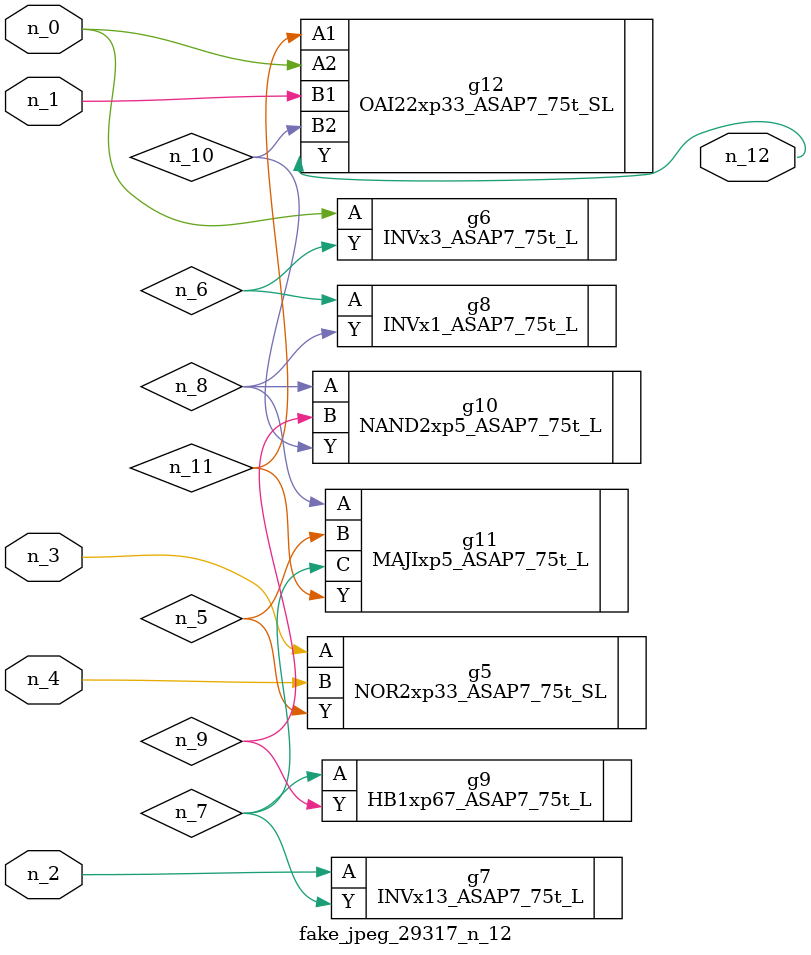
<source format=v>
module fake_jpeg_29317_n_12 (n_3, n_2, n_1, n_0, n_4, n_12);

input n_3;
input n_2;
input n_1;
input n_0;
input n_4;

output n_12;

wire n_11;
wire n_10;
wire n_8;
wire n_9;
wire n_6;
wire n_5;
wire n_7;

NOR2xp33_ASAP7_75t_SL g5 ( 
.A(n_3),
.B(n_4),
.Y(n_5)
);

INVx3_ASAP7_75t_L g6 ( 
.A(n_0),
.Y(n_6)
);

INVx13_ASAP7_75t_L g7 ( 
.A(n_2),
.Y(n_7)
);

INVx1_ASAP7_75t_L g8 ( 
.A(n_6),
.Y(n_8)
);

NAND2xp5_ASAP7_75t_L g10 ( 
.A(n_8),
.B(n_9),
.Y(n_10)
);

HB1xp67_ASAP7_75t_L g9 ( 
.A(n_7),
.Y(n_9)
);

MAJIxp5_ASAP7_75t_L g11 ( 
.A(n_8),
.B(n_5),
.C(n_7),
.Y(n_11)
);

OAI22xp33_ASAP7_75t_SL g12 ( 
.A1(n_11),
.A2(n_0),
.B1(n_1),
.B2(n_10),
.Y(n_12)
);


endmodule
</source>
